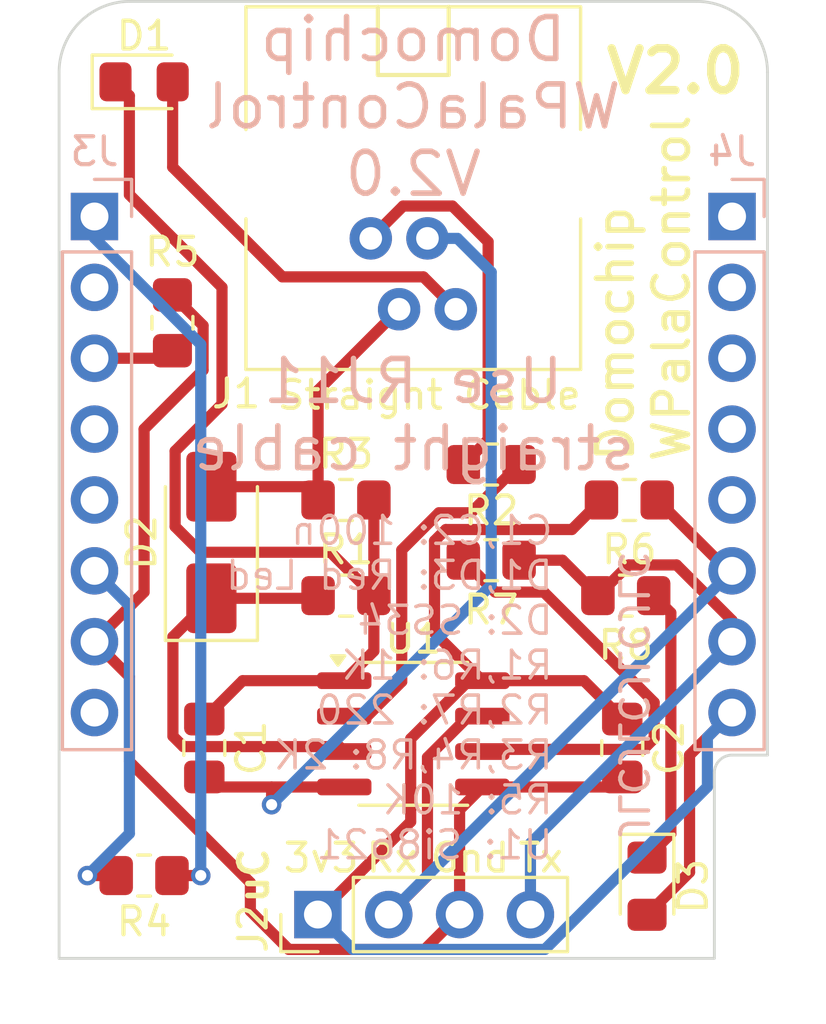
<source format=kicad_pcb>
(kicad_pcb (version 20240108) (generator "pcbnew") (generator_version "8.0")
  (layers (0 "F.Cu" signal) (31 "B.Cu" signal) (34 "B.Paste" user) (35 "F.Paste" user) (36 "B.SilkS" user "B.Silkscreen") (37 "F.SilkS" user "F.Silkscreen") (38 "B.Mask" user) (39 "F.Mask" user) (44 "Edge.Cuts" user))
  (net 0 "")
  (net 1 "VDD1")
  (net 2 "GND1")
  (net 3 "VDD2")
  (net 4 "GND2")
  (net 5 "Net-(D1-A)")
  (net 6 "/Rx")
  (net 7 "Net-(D2-K)")
  (net 8 "Net-(D3-K)")
  (net 9 "/Tx")
  (net 10 "RXuC")
  (net 11 "TXuC")
  (net 12 "Net-(U1-A1)")
  (net 13 "Net-(J3-D1)")
  (net 14 "Net-(J3-Tx)")
  (net 16 "Net-(U1-B2)")
  (net 18 "Net-(J3-D4)")
  (footprint "Capacitor_SMD:C_0805_2012Metric_Pad1.18x1.45mm_HandSolder" (layer "F.Cu") (at 28.067 50.8 -90)
    (property "Reference" "C1" (at 0 -1.68 -90) (layer "F.SilkS"))
    (property "Value" "100n")
    (fp_line (start -0.261252 0.735) (end 0.261252 0.735) (stroke (width 0.12)) (layer "F.SilkS"))
    (fp_line (start -0.261252 -0.735) (end 0.261252 -0.735) (stroke (width 0.12)) (layer "F.SilkS"))
    (pad "1" smd roundrect (at -1.0375 0 270) (size 1.175 1.45) (layers "F.Cu" "F.Paste" "F.Mask") (roundrect_rratio 0.212766) (net 1 "VDD1"))
    (pad "2" smd roundrect (at 1.0375 0 270) (size 1.175 1.45) (layers "F.Cu" "F.Paste" "F.Mask") (roundrect_rratio 0.212766) (net 2 "GND1"))
  )
  (footprint "LED_SMD:LED_0805_2012Metric_Pad1.15x1.40mm_HandSolder" (layer "F.Cu") (at 25.908 26.924)
    (property "Reference" "D1" (at 0 -1.65 0) (layer "F.SilkS"))
    (property "Value" "RED")
    (fp_line (start -1.86 -0.96) (end -1.86 0.96) (stroke (width 0.12)) (layer "F.SilkS"))
    (fp_line (start -1.86 0.96) (end 1 0.96) (stroke (width 0.12)) (layer "F.SilkS"))
    (fp_line (start 1 -0.96) (end -1.86 -0.96) (stroke (width 0.12)) (layer "F.SilkS"))
    (pad "1" smd roundrect (at -1.025 0) (size 1.15 1.4) (layers "F.Cu" "F.Paste" "F.Mask") (roundrect_rratio 0.217391) (net 1 "VDD1"))
    (pad "2" smd roundrect (at 1.025 0) (size 1.15 1.4) (layers "F.Cu" "F.Paste" "F.Mask") (roundrect_rratio 0.217391) (net 5 "Net-(D1-A)"))
  )
  (footprint "LED_SMD:LED_0805_2012Metric_Pad1.15x1.40mm_HandSolder" (layer "F.Cu") (at 43.942 55.753 -90)
    (property "Reference" "D3" (at 0 -1.65 -90) (layer "F.SilkS"))
    (property "Value" "RED")
    (fp_line (start -1.86 0.96) (end 1 0.96) (stroke (width 0.12)) (layer "F.SilkS"))
    (fp_line (start -1.86 -0.96) (end -1.86 0.96) (stroke (width 0.12)) (layer "F.SilkS"))
    (fp_line (start 1 -0.96) (end -1.86 -0.96) (stroke (width 0.12)) (layer "F.SilkS"))
    (pad "1" smd roundrect (at -1.025 0 270) (size 1.15 1.4) (layers "F.Cu" "F.Paste" "F.Mask") (roundrect_rratio 0.217391) (net 8 "Net-(D3-K)"))
    (pad "2" smd roundrect (at 1.025 0 270) (size 1.15 1.4) (layers "F.Cu" "F.Paste" "F.Mask") (roundrect_rratio 0.217391) (net 3 "VDD2"))
  )
  (footprint "Resistor_SMD:R_0805_2012Metric_Pad1.20x1.40mm_HandSolder" (layer "F.Cu") (at 38.354 40.64)
    (property "Reference" "R2" (at 0 1.651 0) (layer "F.SilkS"))
    (property "Value" "220")
    (fp_line (start -0.227064 -0.735) (end 0.227064 -0.735) (stroke (width 0.12)) (layer "F.SilkS"))
    (fp_line (start -0.227064 0.735) (end 0.227064 0.735) (stroke (width 0.12)) (layer "F.SilkS"))
    (pad "1" smd roundrect (at -1 0) (size 1.2 1.4) (layers "F.Cu" "F.Paste" "F.Mask") (roundrect_rratio 0.208333) (net 9 "/Tx"))
    (pad "2" smd roundrect (at 1 0) (size 1.2 1.4) (layers "F.Cu" "F.Paste" "F.Mask") (roundrect_rratio 0.208333) (net 12 "Net-(U1-A1)"))
  )
  (footprint "Resistor_SMD:R_0805_2012Metric_Pad1.20x1.40mm_HandSolder" (layer "F.Cu") (at 43.307 41.91 180)
    (property "Reference" "R6" (at 0 -1.778 0) (layer "F.SilkS"))
    (property "Value" "1K")
    (fp_line (start -0.227064 0.735) (end 0.227064 0.735) (stroke (width 0.12)) (layer "F.SilkS"))
    (fp_line (start -0.227064 -0.735) (end 0.227064 -0.735) (stroke (width 0.12)) (layer "F.SilkS"))
    (pad "1" smd roundrect (at -1 0 180) (size 1.2 1.4) (layers "F.Cu" "F.Paste" "F.Mask") (roundrect_rratio 0.208333) (net 10 "RXuC"))
    (pad "2" smd roundrect (at 1 0 180) (size 1.2 1.4) (layers "F.Cu" "F.Paste" "F.Mask") (roundrect_rratio 0.208333) (net 3 "VDD2"))
  )
  (footprint "Package_SO:SOIC-8_3.9x4.9mm_P1.27mm" (layer "F.Cu") (at 35.56 50.292)
    (property "Reference" "U1" (at 0 -3.4 0) (layer "F.SilkS"))
    (property "Value" "SI8621")
    (fp_line (start 0 -2.56) (end -1.95 -2.56) (stroke (width 0.12)) (layer "F.SilkS"))
    (fp_line (start 0 -2.56) (end 1.95 -2.56) (stroke (width 0.12)) (layer "F.SilkS"))
    (fp_line (start 0 2.56) (end -1.95 2.56) (stroke (width 0.12)) (layer "F.SilkS"))
    (fp_line (start 0 2.56) (end 1.95 2.56) (stroke (width 0.12)) (layer "F.SilkS"))
    (fp_poly (pts (xy -2.7 -2.465) (xy -2.94 -2.795) (xy -2.46 -2.795) (xy -2.7 -2.465)) (stroke (width 0.12)) (fill solid) (layer "F.SilkS"))
    (pad "1" smd roundrect (at -2.475 -1.905) (size 1.95 0.6) (layers "F.Cu" "F.Paste" "F.Mask") (net 1 "VDD1"))
    (pad "2" smd roundrect (at -2.475 -0.635) (size 1.95 0.6) (layers "F.Cu" "F.Paste" "F.Mask") (net 12 "Net-(U1-A1)"))
    (pad "3" smd roundrect (at -2.475 0.635) (size 1.95 0.6) (layers "F.Cu" "F.Paste" "F.Mask") (net 7 "Net-(D2-K)"))
    (pad "4" smd roundrect (at -2.475 1.905) (size 1.95 0.6) (layers "F.Cu" "F.Paste" "F.Mask") (net 2 "GND1"))
    (pad "5" smd roundrect (at 2.475 1.905) (size 1.95 0.6) (layers "F.Cu" "F.Paste" "F.Mask") (net 4 "GND2"))
    (pad "6" smd roundrect (at 2.475 0.635) (size 1.95 0.6) (layers "F.Cu" "F.Paste" "F.Mask") (net 16 "Net-(U1-B2)"))
    (pad "7" smd roundrect (at 2.475 -0.635) (size 1.95 0.6) (layers "F.Cu" "F.Paste" "F.Mask") (net 10 "RXuC"))
    (pad "8" smd roundrect (at 2.475 -1.905) (size 1.95 0.6) (layers "F.Cu" "F.Paste" "F.Mask") (net 3 "VDD2"))
  )
  (footprint "Diode_SMD:D_SMA" (layer "F.Cu") (at 28.321 43.434 90)
    (property "Reference" "D2" (at 0 -2.5 90) (layer "F.SilkS"))
    (property "Value" "SS34")
    (fp_line (start -3.51 -1.65) (end 2 -1.65) (stroke (width 0.12)) (layer "F.SilkS"))
    (fp_line (start -3.51 -1.65) (end -3.51 1.65) (stroke (width 0.12)) (layer "F.SilkS"))
    (fp_line (start -3.51 1.65) (end 2 1.65) (stroke (width 0.12)) (layer "F.SilkS"))
    (pad "1" smd roundrect (at -2 0 90) (size 2.5 1.8) (layers "F.Cu" "F.Paste" "F.Mask") (roundrect_rratio 0.1388888889) (net 7 "Net-(D2-K)"))
    (pad "2" smd roundrect (at 2 0 90) (size 2.5 1.8) (layers "F.Cu" "F.Paste" "F.Mask") (roundrect_rratio 0.1388888889) (net 6 "/Rx"))
  )
  (footprint "Connector_PinHeader_2.54mm:PinHeader_1x04_P2.54mm_Vertical" (layer "F.Cu") (at 32.141 56.769 90)
    (property "Reference" "J2" (at -0.508 -2.33 90) (layer "F.SilkS"))
    (property "Value" "MCU UART")
    (fp_line (start -1.33 -1.33) (end 0 -1.33) (stroke (width 0.12)) (layer "F.SilkS"))
    (fp_line (start -1.33 0) (end -1.33 -1.33) (stroke (width 0.12)) (layer "F.SilkS"))
    (fp_line (start 1.33 1.27) (end 1.33 8.95) (stroke (width 0.12)) (layer "F.SilkS"))
    (fp_line (start -1.33 1.27) (end 1.33 1.27) (stroke (width 0.12)) (layer "F.SilkS"))
    (fp_line (start -1.33 1.27) (end -1.33 8.95) (stroke (width 0.12)) (layer "F.SilkS"))
    (fp_line (start -1.33 8.95) (end 1.33 8.95) (stroke (width 0.12)) (layer "F.SilkS"))
    (pad "1" thru_hole rect (at 0 0 90) (size 1.7 1.7) (drill 1) (layers "*.Cu" "*.Mask") (net 3 "VDD2"))
    (pad "2" thru_hole oval (at 0 2.54 90) (size 1.7 1.7) (drill 1) (layers "*.Cu" "*.Mask") (net 10 "RXuC"))
    (pad "3" thru_hole oval (at 0 5.08 90) (size 1.7 1.7) (drill 1) (layers "*.Cu" "*.Mask") (net 4 "GND2"))
    (pad "4" thru_hole oval (at 0 7.62 90) (size 1.7 1.7) (drill 1) (layers "*.Cu" "*.Mask") (net 11 "TXuC"))
  )
  (footprint "Resistor_SMD:R_0805_2012Metric_Pad1.20x1.40mm_HandSolder" (layer "F.Cu") (at 38.354 44.069 180)
    (property "Reference" "R7" (at 0 -1.778 0) (layer "F.SilkS"))
    (property "Value" "220")
    (fp_line (start -0.227064 0.735) (end 0.227064 0.735) (stroke (width 0.12)) (layer "F.SilkS"))
    (fp_line (start -0.227064 -0.735) (end 0.227064 -0.735) (stroke (width 0.12)) (layer "F.SilkS"))
    (pad "1" smd roundrect (at -1 0 180) (size 1.2 1.4) (layers "F.Cu" "F.Paste" "F.Mask") (roundrect_rratio 0.208333) (net 11 "TXuC"))
    (pad "2" smd roundrect (at 1 0 180) (size 1.2 1.4) (layers "F.Cu" "F.Paste" "F.Mask") (roundrect_rratio 0.208333) (net 16 "Net-(U1-B2)"))
  )
  (footprint "Resistor_SMD:R_0805_2012Metric_Pad1.20x1.40mm_HandSolder" (layer "F.Cu") (at 43.18 45.339)
    (property "Reference" "R8" (at 0 1.778 0) (layer "F.SilkS"))
    (property "Value" "2K")
    (fp_line (start -0.227064 -0.735) (end 0.227064 -0.735) (stroke (width 0.12)) (layer "F.SilkS"))
    (fp_line (start -0.227064 0.735) (end 0.227064 0.735) (stroke (width 0.12)) (layer "F.SilkS"))
    (pad "1" smd roundrect (at -1 0) (size 1.2 1.4) (layers "F.Cu" "F.Paste" "F.Mask") (roundrect_rratio 0.208333) (net 11 "TXuC"))
    (pad "2" smd roundrect (at 1 0) (size 1.2 1.4) (layers "F.Cu" "F.Paste" "F.Mask") (roundrect_rratio 0.208333) (net 8 "Net-(D3-K)"))
  )
  (footprint "Capacitor_SMD:C_0805_2012Metric_Pad1.18x1.45mm_HandSolder" (layer "F.Cu") (at 43.053 50.8 -90)
    (property "Reference" "C2" (at 0 -1.68 -90) (layer "F.SilkS"))
    (property "Value" "100n")
    (fp_line (start -0.261252 0.735) (end 0.261252 0.735) (stroke (width 0.12)) (layer "F.SilkS"))
    (fp_line (start -0.261252 -0.735) (end 0.261252 -0.735) (stroke (width 0.12)) (layer "F.SilkS"))
    (pad "1" smd roundrect (at -1.0375 0 270) (size 1.175 1.45) (layers "F.Cu" "F.Paste" "F.Mask") (roundrect_rratio 0.212766) (net 3 "VDD2"))
    (pad "2" smd roundrect (at 1.0375 0 270) (size 1.175 1.45) (layers "F.Cu" "F.Paste" "F.Mask") (roundrect_rratio 0.212766) (net 4 "GND2"))
  )
  (footprint "MyRJ:Ali_RJ11" (layer "F.Cu") (at 34.036 32.534 180)
    (property "Reference" "J1" (at 4.826 -5.566 0) (layer "F.SilkS"))
    (property "Value" "6P4C")
    (fp_line (start 4.476 3.9) (end 4.476 8.3) (stroke (width 0.12)) (layer "F.SilkS"))
    (fp_line (start 4.476 -4.7) (end 4.476 0.7) (stroke (width 0.12)) (layer "F.SilkS"))
    (fp_line (start -0.254 5.856) (end -0.254 8.3) (stroke (width 0.15)) (layer "F.SilkS"))
    (fp_line (start -2.794 8.3) (end -2.794 5.856) (stroke (width 0.15)) (layer "F.SilkS"))
    (fp_line (start -2.794 5.856) (end -0.254 5.856) (stroke (width 0.15)) (layer "F.SilkS"))
    (fp_line (start -7.524 8.3) (end 4.476 8.3) (stroke (width 0.12)) (layer "F.SilkS"))
    (fp_line (start -7.524 3.9) (end -7.524 8.3) (stroke (width 0.12)) (layer "F.SilkS"))
    (fp_line (start -7.524 -4.7) (end 4.476 -4.7) (stroke (width 0.12)) (layer "F.SilkS"))
    (fp_line (start -7.524 -4.7) (end -7.524 0.7) (stroke (width 0.12)) (layer "F.SilkS"))
    (pad "" np_thru_hole circle (at -7.524 2.3 180) (size 2.3 2.3) (drill 2.3) (layers "F&B.Cu" "*.Mask"))
    (pad "" np_thru_hole circle (at 4.476 2.3 180) (size 2.3 2.3) (drill 2.3) (layers "F&B.Cu" "*.Mask"))
    (pad "1" thru_hole circle (at 0 0) (size 1.52 1.52) (drill 0.81) (layers "*.Cu" "*.Mask") (net 9 "/Tx"))
    (pad "2" thru_hole circle (at -1.016 -2.54) (size 1.52 1.52) (drill 0.81) (layers "*.Cu" "*.Mask") (net 6 "/Rx"))
    (pad "3" thru_hole circle (at -2.032 0) (size 1.52 1.52) (drill 0.81) (layers "*.Cu" "*.Mask") (net 2 "GND1"))
    (pad "4" thru_hole circle (at -3.048 -2.54) (size 1.52 1.52) (drill 0.81) (layers "*.Cu" "*.Mask") (net 5 "Net-(D1-A)"))
  )
  (footprint "Resistor_SMD:R_0805_2012Metric_Pad1.20x1.40mm_HandSolder" (layer "F.Cu") (at 33.147 45.339)
    (property "Reference" "R1" (at 0 -1.65 0) (layer "F.SilkS"))
    (property "Value" "1K")
    (fp_line (start -0.227064 -0.735) (end 0.227064 -0.735) (stroke (width 0.12)) (layer "F.SilkS"))
    (fp_line (start -0.227064 0.735) (end 0.227064 0.735) (stroke (width 0.12)) (layer "F.SilkS"))
    (pad "1" smd roundrect (at -1 0) (size 1.2 1.4) (layers "F.Cu" "F.Paste" "F.Mask") (roundrect_rratio 0.208333) (net 7 "Net-(D2-K)"))
    (pad "2" smd roundrect (at 1 0) (size 1.2 1.4) (layers "F.Cu" "F.Paste" "F.Mask") (roundrect_rratio 0.208333) (net 1 "VDD1"))
  )
  (footprint "Resistor_SMD:R_0805_2012Metric_Pad1.20x1.40mm_HandSolder" (layer "F.Cu") (at 25.908 55.372 180)
    (property "Reference" "R4" (at 0 -1.65 180) (layer "F.SilkS"))
    (property "Value" "2K")
    (fp_line (start -0.227064 0.735) (end 0.227064 0.735) (stroke (width 0.12)) (layer "F.SilkS"))
    (fp_line (start -0.227064 -0.735) (end 0.227064 -0.735) (stroke (width 0.12)) (layer "F.SilkS"))
    (pad "1" smd roundrect (at -1 0 180) (size 1.2 1.4) (layers "F.Cu" "F.Paste" "F.Mask") (roundrect_rratio 0.208333) (net 14 "Net-(J3-Tx)"))
    (pad "2" smd roundrect (at 1 0 180) (size 1.2 1.4) (layers "F.Cu" "F.Paste" "F.Mask") (roundrect_rratio 0.208333) (net 18 "Net-(J3-D4)"))
  )
  (footprint "Resistor_SMD:R_0805_2012Metric_Pad1.20x1.40mm_HandSolder" (layer "F.Cu") (at 26.924 35.56 90)
    (property "Reference" "R5" (at 2.54 0 180) (layer "F.SilkS"))
    (property "Value" "10K")
    (fp_line (start -0.227064 -0.735) (end 0.227064 -0.735) (stroke (width 0.12)) (layer "F.SilkS"))
    (fp_line (start -0.227064 0.735) (end 0.227064 0.735) (stroke (width 0.12)) (layer "F.SilkS"))
    (pad "1" smd roundrect (at -1 0 90) (size 1.2 1.4) (layers "F.Cu" "F.Paste" "F.Mask") (roundrect_rratio 0.208333) (net 13 "Net-(J3-D1)"))
    (pad "2" smd roundrect (at 1 0 90) (size 1.2 1.4) (layers "F.Cu" "F.Paste" "F.Mask") (roundrect_rratio 0.208333) (net 4 "GND2"))
  )
  (footprint "Resistor_SMD:R_0805_2012Metric_Pad1.20x1.40mm_HandSolder" (layer "F.Cu") (at 33.147 41.91)
    (property "Reference" "R3" (at 0 -1.65 0) (layer "F.SilkS"))
    (property "Value" "2K")
    (fp_line (start -0.227064 -0.735) (end 0.227064 -0.735) (stroke (width 0.12)) (layer "F.SilkS"))
    (fp_line (start -0.227064 0.735) (end 0.227064 0.735) (stroke (width 0.12)) (layer "F.SilkS"))
    (pad "1" smd roundrect (at -1 0) (size 1.2 1.4) (layers "F.Cu" "F.Paste" "F.Mask") (roundrect_rratio 0.208333) (net 6 "/Rx"))
    (pad "2" smd roundrect (at 1 0) (size 1.2 1.4) (layers "F.Cu" "F.Paste" "F.Mask") (roundrect_rratio 0.208333) (net 1 "VDD1"))
  )
  (footprint "wemos_d1_mini:WeMos_D1_mini_Hat_Left" (layer "B.Cu") (at 24.13 31.75 180)
    (property "Reference" "J3" (at 0 2.33 0) (layer "B.SilkS") (effects (justify mirror)))
    (property "Value" "WeMos_mini_Hat_Left")
    (fp_line (start 1.15 -1.27) (end -1.33 -1.27) (stroke (width 0.12)) (layer "B.SilkS"))
    (fp_line (start 1.15 -19.11) (end 1.15 -1.27) (stroke (width 0.12)) (layer "B.SilkS"))
    (fp_line (start 1.15 -19.11) (end -1.33 -19.11) (stroke (width 0.12)) (layer "B.SilkS"))
    (fp_line (start 0 1.33) (end -1.33 1.33) (stroke (width 0.12)) (layer "B.SilkS"))
    (fp_line (start -1.33 1.33) (end -1.33 0) (stroke (width 0.12)) (layer "B.SilkS"))
    (fp_line (start -1.33 -19.11) (end -1.33 -1.27) (stroke (width 0.12)) (layer "B.SilkS"))
    (pad "1" thru_hole rect (at 0 0 180) (size 1.7 1.7) (drill 1) (layers "*.Cu" "*.Mask") (net 14 "Net-(J3-Tx)"))
    (pad "2" thru_hole oval (at 0 -2.54 180) (size 1.7 1.7) (drill 1) (layers "*.Cu" "*.Mask"))
    (pad "3" thru_hole oval (at 0 -5.08 180) (size 1.7 1.7) (drill 1) (layers "*.Cu" "*.Mask") (net 13 "Net-(J3-D1)"))
    (pad "4" thru_hole oval (at 0 -7.62 180) (size 1.7 1.7) (drill 1) (layers "*.Cu" "*.Mask"))
    (pad "5" thru_hole oval (at 0 -10.16 180) (size 1.7 1.7) (drill 1) (layers "*.Cu" "*.Mask"))
    (pad "6" thru_hole oval (at 0 -12.7 180) (size 1.7 1.7) (drill 1) (layers "*.Cu" "*.Mask") (net 18 "Net-(J3-D4)"))
    (pad "7" thru_hole oval (at 0 -15.24 180) (size 1.7 1.7) (drill 1) (layers "*.Cu" "*.Mask") (net 4 "GND2"))
    (pad "8" thru_hole oval (at 0 -17.78 180) (size 1.7 1.7) (drill 1) (layers "*.Cu" "*.Mask"))
  )
  (footprint "wemos_d1_mini:WeMos_D1_mini_Hat_Right" (layer "B.Cu") (at 46.99 31.75 180)
    (property "Reference" "J4" (at 0 2.33 0) (layer "B.SilkS") (effects (justify mirror)))
    (property "Value" "WeMos_mini_Hat_Right")
    (fp_line (start 1.33 -1.27) (end -1.15 -1.27) (stroke (width 0.12)) (layer "B.SilkS"))
    (fp_line (start 1.33 -19.08) (end 1.33 -1.27) (stroke (width 0.12)) (layer "B.SilkS"))
    (fp_line (start 1.33 -19.11) (end -1.15 -19.11) (stroke (width 0.12)) (layer "B.SilkS"))
    (fp_line (start 0 1.33) (end -1.15 1.33) (stroke (width 0.12)) (layer "B.SilkS"))
    (fp_line (start -1.15 1.33) (end -1.15 0) (stroke (width 0.12)) (layer "B.SilkS"))
    (fp_line (start -1.15 -19.08) (end -1.15 -1.27) (stroke (width 0.12)) (layer "B.SilkS"))
    (pad "1" thru_hole rect (at 0 0 180) (size 1.7 1.7) (drill 1) (layers "*.Cu" "*.Mask"))
    (pad "2" thru_hole oval (at 0 -2.54 180) (size 1.7 1.7) (drill 1) (layers "*.Cu" "*.Mask"))
    (pad "3" thru_hole oval (at 0 -5.08 180) (size 1.7 1.7) (drill 1) (layers "*.Cu" "*.Mask"))
    (pad "4" thru_hole oval (at 0 -7.62 180) (size 1.7 1.7) (drill 1) (layers "*.Cu" "*.Mask"))
    (pad "5" thru_hole oval (at 0 -10.16 180) (size 1.7 1.7) (drill 1) (layers "*.Cu" "*.Mask"))
    (pad "6" thru_hole oval (at 0 -12.7 180) (size 1.7 1.7) (drill 1) (layers "*.Cu" "*.Mask") (net 10 "RXuC"))
    (pad "7" thru_hole oval (at 0 -15.24 180) (size 1.7 1.7) (drill 1) (layers "*.Cu" "*.Mask") (net 11 "TXuC"))
    (pad "8" thru_hole oval (at 0 -17.78 180) (size 1.7 1.7) (drill 1) (layers "*.Cu" "*.Mask") (net 3 "VDD2"))
  )
  (gr_arc (start 22.86 26.58) (mid 23.603949 24.783949) (end 25.4 24.04) (stroke (width 0.1)) (layer "Edge.Cuts"))
  (gr_line (start 46.355 58.34) (end 46.355 51.689) (stroke (width 0.1)) (layer "Edge.Cuts"))
  (gr_line (start 25.4 24.04) (end 45.72 24.04) (stroke (width 0.1)) (layer "Edge.Cuts"))
  (gr_arc (start 46.355 51.689) (mid 46.540987 51.239987) (end 46.99 51.054) (stroke (width 0.1)) (layer "Edge.Cuts"))
  (gr_line (start 22.86 26.58) (end 22.86 58.34) (stroke (width 0.1)) (layer "Edge.Cuts"))
  (gr_arc (start 45.72 24.04) (mid 47.516051 24.783949) (end 48.26 26.58) (stroke (width 0.1)) (layer "Edge.Cuts"))
  (gr_line (start 46.99 51.054) (end 48.26 51.054) (stroke (width 0.1)) (layer "Edge.Cuts"))
  (gr_line (start 48.26 51.054) (end 48.26 26.58) (stroke (width 0.1)) (layer "Edge.Cuts"))
  (gr_line (start 22.86 58.34) (end 46.355 58.34) (stroke (width 0.1)) (layer "Edge.Cuts"))
  (gr_text "Use RJ11\nstraight cable" (at 35.56 38.862 0) (layer "B.SilkS") (effects (font (size 1.5 1.5) (thickness 0.2)) (justify mirror)))
  (gr_text "Domochip\nWPalaControl\nV2.0" (at 35.56 27.813 0) (layer "B.SilkS") (effects (font (size 1.5 1.5) (thickness 0.2)) (justify mirror)))
  (gr_text "C1,C2: 100n\nD1,D3: Red Led\nD2: SS34\nR1,R6: 1K\nR2,R7: 220\nR3,R4,R8: 2K\nR5: 10K\nU1: Si8621" (at 40.64 48.641 0) (layer "B.SilkS") (effects (font (size 1 1) (thickness 0.125)) (justify left mirror)))
  (gr_text "JLCJLCJLCJLC" (at 43.434 48.895 -90) (layer "B.SilkS") (effects (font (size 1 1)) (justify mirror)))
  (gr_text "Domochip\nWPalaControl" (at 43.815 40.64 90) (layer "F.SilkS") (effects (font (size 1.25 1.25) (thickness 0.2)) (justify left)))
  (gr_text "Gnd" (at 37.592 54.737 0) (layer "F.SilkS") (effects (font (size 1 1))))
  (gr_text "Straight Cable" (at 30.607 38.735 0) (layer "F.SilkS") (effects (font (size 1 1)) (justify left bottom)))
  (gr_text "V2.0" (at 44.958 26.543 0) (layer "F.SilkS") (effects (font (size 1.5 1.5) (thickness 0.3) (bold yes))))
  (gr_text "Rx" (at 34.798 54.737 0) (layer "F.SilkS") (effects (font (size 1 1))))
  (gr_text "Tx" (at 40.132 54.737 0) (layer "F.SilkS") (effects (font (size 1 1))))
  (gr_text "3v3" (at 32.258 54.737 0) (layer "F.SilkS") (effects (font (size 1 1))))
  (gr_text "uC" (at 29.845 55.372 90) (layer "F.SilkS") (effects (font (size 1 1) (thickness 0.2) (bold yes))))
  (segment (start 27.021 40.157834) (end 27.021 42.865) (width 0.4) (layer "F.Cu") (net 1))
  (segment (start 28.702 38.476834) (end 27.021 40.157834) (width 0.4) (layer "F.Cu") (net 1))
  (segment (start 28.702 34.29) (end 28.702 38.476834) (width 0.4) (layer "F.Cu") (net 1))
  (segment (start 32.592 43.784) (end 34.147 45.339) (width 0.4) (layer "F.Cu") (net 1))
  (segment (start 34.147 45.339) (end 34.147 47.325) (width 0.4) (layer "F.Cu") (net 1))
  (segment (start 24.883 26.924) (end 25.38 27.421) (width 0.4) (layer "F.Cu") (net 1))
  (segment (start 25.38 30.968) (end 28.702 34.29) (width 0.4) (layer "F.Cu") (net 1))
  (segment (start 34.147 45.339) (end 34.147 41.91) (width 0.4) (layer "F.Cu") (net 1))
  (segment (start 33.085 48.387) (end 29.4425 48.387) (width 0.4) (layer "F.Cu") (net 1))
  (segment (start 27.94 43.784) (end 32.592 43.784) (width 0.4) (layer "F.Cu") (net 1))
  (segment (start 25.38 27.421) (end 25.38 30.968) (width 0.4) (layer "F.Cu") (net 1))
  (segment (start 34.147 47.325) (end 33.085 48.387) (width 0.4) (layer "F.Cu") (net 1))
  (segment (start 29.4425 48.387) (end 28.067 49.7625) (width 0.4) (layer "F.Cu") (net 1))
  (segment (start 27.021 42.865) (end 27.94 43.784) (width 0.4) (layer "F.Cu") (net 1))
  (segment (start 30.48 52.197) (end 28.4265 52.197) (width 0.4) (layer "F.Cu") (net 2))
  (segment (start 28.4265 52.197) (end 28.067 51.8375) (width 0.4) (layer "F.Cu") (net 2))
  (segment (start 30.48 52.832) (end 30.48 52.197) (width 0.4) (layer "F.Cu") (net 2))
  (segment (start 33.085 52.197) (end 30.48 52.197) (width 0.4) (layer "F.Cu") (net 2))
  (via (at 30.48 52.832) (size 0.7) (drill 0.4) (layers "F.Cu" "B.Cu") (net 2))
  (segment (start 38.354 44.958) (end 30.48 52.832) (width 0.4) (layer "B.Cu") (net 2))
  (segment (start 36.068 32.534) (end 37.142802 32.534) (width 0.4) (layer "B.Cu") (net 2))
  (segment (start 37.142802 32.534) (end 38.354 33.745198) (width 0.4) (layer "B.Cu") (net 2))
  (segment (start 38.354 33.745198) (end 38.354 44.958) (width 0.4) (layer "B.Cu") (net 2))
  (segment (start 41.248 42.969) (end 36.727834 42.969) (width 0.4) (layer "F.Cu") (net 3))
  (segment (start 35.468 50.467026) (end 37.548026 48.387) (width 0.4) (layer "F.Cu") (net 3))
  (segment (start 37.548026 48.387) (end 38.035 48.387) (width 0.4) (layer "F.Cu") (net 3))
  (segment (start 45.466 55.254) (end 43.942 56.778) (width 0.4) (layer "F.Cu") (net 3))
  (segment (start 36.322 46.674) (end 38.035 48.387) (width 0.4) (layer "F.Cu") (net 3))
  (segment (start 32.141 56.769) (end 35.468 53.442) (width 0.4) (layer "F.Cu") (net 3))
  (segment (start 43.053 49.7625) (end 41.6775 48.387) (width 0.4) (layer "F.Cu") (net 3))
  (segment (start 46.99 49.53) (end 45.466 51.054) (width 0.4) (layer "F.Cu") (net 3))
  (segment (start 36.727834 42.969) (end 36.322 43.374834) (width 0.4) (layer "F.Cu") (net 3))
  (segment (start 41.6775 48.387) (end 38.035 48.387) (width 0.4) (layer "F.Cu") (net 3))
  (segment (start 45.466 51.054) (end 45.466 55.254) (width 0.4) (layer "F.Cu") (net 3))
  (segment (start 42.307 41.91) (end 41.248 42.969) (width 0.4) (layer "F.Cu") (net 3))
  (segment (start 35.468 53.442) (end 35.468 50.467026) (width 0.4) (layer "F.Cu") (net 3))
  (segment (start 36.322 43.374834) (end 36.322 46.674) (width 0.4) (layer "F.Cu") (net 3))
  (segment (start 40.279 58.019) (end 33.391 58.019) (width 0.4) (layer "B.Cu") (net 3))
  (segment (start 46.99 49.53) (end 46.105 50.415) (width 0.4) (layer "B.Cu") (net 3))
  (segment (start 33.391 58.019) (end 32.141 56.769) (width 0.4) (layer "B.Cu") (net 3))
  (segment (start 46.105 50.415) (end 46.105 52.193) (width 0.4) (layer "B.Cu") (net 3))
  (segment (start 46.105 52.193) (end 40.279 58.019) (width 0.4) (layer "B.Cu") (net 3))
  (segment (start 26.924 34.56) (end 28.024 35.66) (width 0.4) (layer "F.Cu") (net 4))
  (segment (start 31.095 58.019) (end 29.718 56.642) (width 0.4) (layer "F.Cu") (net 4))
  (segment (start 29.718 55.626) (end 25.38 51.288) (width 0.4) (layer "F.Cu") (net 4))
  (segment (start 42.6935 52.197) (end 43.053 51.8375) (width 0.4) (layer "F.Cu") (net 4))
  (segment (start 35.971 58.019) (end 31.095 58.019) (width 0.4) (layer "F.Cu") (net 4))
  (segment (start 25.908 39.37) (end 25.908 45.212) (width 0.4) (layer "F.Cu") (net 4))
  (segment (start 28.024 35.66) (end 28.024 37.254) (width 0.4) (layer "F.Cu") (net 4))
  (segment (start 37.221 53.011) (end 38.035 52.197) (width 0.4) (layer "F.Cu") (net 4))
  (segment (start 38.035 52.197) (end 42.6935 52.197) (width 0.4) (layer "F.Cu") (net 4))
  (segment (start 25.908 45.212) (end 24.13 46.99) (width 0.4) (layer "F.Cu") (net 4))
  (segment (start 29.718 56.642) (end 29.718 55.626) (width 0.4) (layer "F.Cu") (net 4))
  (segment (start 25.38 48.24) (end 24.13 46.99) (width 0.4) (layer "F.Cu") (net 4))
  (segment (start 25.38 51.288) (end 25.38 48.24) (width 0.4) (layer "F.Cu") (net 4))
  (segment (start 37.221 56.769) (end 35.971 58.019) (width 0.4) (layer "F.Cu") (net 4))
  (segment (start 28.024 37.254) (end 25.908 39.37) (width 0.4) (layer "F.Cu") (net 4))
  (segment (start 37.221 56.769) (end 37.221 53.011) (width 0.4) (layer "F.Cu") (net 4))
  (segment (start 30.866 33.914) (end 26.933 29.981) (width 0.4) (layer "F.Cu") (net 5))
  (segment (start 37.084 35.074) (end 35.924 33.914) (width 0.4) (layer "F.Cu") (net 5))
  (segment (start 26.933 29.981) (end 26.933 26.924) (width 0.4) (layer "F.Cu") (net 5))
  (segment (start 35.924 33.914) (end 30.866 33.914) (width 0.4) (layer "F.Cu") (net 5))
  (segment (start 31.671 41.434) (end 32.147 41.91) (width 0.4) (layer "F.Cu") (net 6))
  (segment (start 32.147 41.91) (end 32.147 37.979) (width 0.4) (layer "F.Cu") (net 6))
  (segment (start 28.321 41.434) (end 31.671 41.434) (width 0.4) (layer "F.Cu") (net 6))
  (segment (start 32.147 37.979) (end 35.052 35.074) (width 0.4) (layer "F.Cu") (net 6))
  (segment (start 26.942 46.813) (end 26.942 50.376166) (width 0.4) (layer "F.Cu") (net 7))
  (segment (start 32.052 45.434) (end 32.147 45.339) (width 0.4) (layer "F.Cu") (net 7))
  (segment (start 32.908 50.75) (end 33.085 50.927) (width 0.4) (layer "F.Cu") (net 7))
  (segment (start 28.321 45.434) (end 26.942 46.813) (width 0.4) (layer "F.Cu") (net 7))
  (segment (start 28.321 45.434) (end 32.052 45.434) (width 0.4) (layer "F.Cu") (net 7))
  (segment (start 27.315834 50.75) (end 32.908 50.75) (width 0.4) (layer "F.Cu") (net 7))
  (segment (start 26.942 50.376166) (end 27.315834 50.75) (width 0.4) (layer "F.Cu") (net 7))
  (segment (start 43.942 54.728) (end 44.796 53.874) (width 0.4) (layer "F.Cu") (net 8))
  (segment (start 44.796 53.874) (end 44.796 45.955) (width 0.4) (layer "F.Cu") (net 8))
  (segment (start 44.796 45.955) (end 44.18 45.339) (width 0.4) (layer "F.Cu") (net 8))
  (segment (start 35.196 31.374) (end 36.962 31.374) (width 0.4) (layer "F.Cu") (net 9))
  (segment (start 34.036 32.534) (end 35.196 31.374) (width 0.4) (layer "F.Cu") (net 9))
  (segment (start 36.962 31.374) (end 38.244 32.656) (width 0.4) (layer "F.Cu") (net 9))
  (segment (start 38.244 39.75) (end 37.354 40.64) (width 0.4) (layer "F.Cu") (net 9))
  (segment (start 38.244 32.656) (end 38.244 39.75) (width 0.4) (layer "F.Cu") (net 9))
  (segment (start 36.068 55.382) (end 36.068 51.137026) (width 0.4) (layer "F.Cu") (net 10))
  (segment (start 37.548026 49.657) (end 38.035 49.657) (width 0.4) (layer "F.Cu") (net 10))
  (segment (start 36.068 51.137026) (end 37.548026 49.657) (width 0.4) (layer "F.Cu") (net 10))
  (segment (start 46.847 44.45) (end 44.307 41.91) (width 0.4) (layer "F.Cu") (net 10))
  (segment (start 34.681 56.769) (end 36.068 55.382) (width 0.4) (layer "F.Cu") (net 10))
  (segment (start 46.99 44.45) (end 46.847 44.45) (width 0.4) (layer "F.Cu") (net 10))
  (segment (start 46.99 44.45) (end 34.681 56.759) (width 0.4) (layer "B.Cu") (net 10))
  (segment (start 34.681 56.759) (end 34.681 56.769) (width 0.4) (layer "B.Cu") (net 10))
  (segment (start 43.28 44.239) (end 45.001 44.239) (width 0.4) (layer "F.Cu") (net 11))
  (segment (start 46.99 46.228) (end 46.99 46.99) (width 0.4) (layer "F.Cu") (net 11))
  (segment (start 40.91 44.069) (end 42.18 45.339) (width 0.4) (layer "F.Cu") (net 11))
  (segment (start 45.001 44.239) (end 46.99 46.228) (width 0.4) (layer "F.Cu") (net 11))
  (segment (start 39.354 44.069) (end 40.91 44.069) (width 0.4) (layer "F.Cu") (net 11))
  (segment (start 42.18 45.339) (end 43.28 44.239) (width 0.4) (layer "F.Cu") (net 11))
  (segment (start 39.761 54.219) (end 39.761 56.769) (width 0.4) (layer "B.Cu") (net 11))
  (segment (start 46.99 46.99) (end 39.761 54.219) (width 0.4) (layer "B.Cu") (net 11))
  (segment (start 35.147 43.701306) (end 35.147 48.419) (width 0.4) (layer "F.Cu") (net 12))
  (segment (start 35.147 48.419) (end 33.909 49.657) (width 0.4) (layer "F.Cu") (net 12))
  (segment (start 39.354 40.64) (end 37.625 42.369) (width 0.4) (layer "F.Cu") (net 12))
  (segment (start 33.909 49.657) (end 33.085 49.657) (width 0.4) (layer "F.Cu") (net 12))
  (segment (start 37.625 42.369) (end 36.479306 42.369) (width 0.4) (layer "F.Cu") (net 12))
  (segment (start 36.479306 42.369) (end 35.147 43.701306) (width 0.4) (layer "F.Cu") (net 12))
  (segment (start 26.654 36.83) (end 26.924 36.56) (width 0.4) (layer "F.Cu") (net 13))
  (segment (start 24.13 36.83) (end 26.654 36.83) (width 0.4) (layer "F.Cu") (net 13))
  (segment (start 27.94 55.372) (end 26.908 55.372) (width 0.4) (layer "F.Cu") (net 14))
  (via (at 27.94 55.372) (size 0.7) (drill 0.4) (layers "F.Cu" "B.Cu") (net 14))
  (segment (start 27.94 36.332233) (end 27.94 55.372) (width 0.4) (layer "B.Cu") (net 14))
  (segment (start 24.13 31.75) (end 24.13 32.522233) (width 0.4) (layer "B.Cu") (net 14))
  (segment (start 24.13 32.522233) (end 27.94 36.332233) (width 0.4) (layer "B.Cu") (net 14))
  (segment (start 38.035 50.927) (end 38.112 50.85) (width 0.4) (layer "F.Cu") (net 16))
  (segment (start 43.804166 50.85) (end 44.196 50.458166) (width 0.4) (layer "F.Cu") (net 16))
  (segment (start 38.112 50.85) (end 43.804166 50.85) (width 0.4) (layer "F.Cu") (net 16))
  (segment (start 38.497 45.212) (end 37.354 44.069) (width 0.4) (layer "F.Cu") (net 16))
  (segment (start 44.196 50.458166) (end 44.196 49.166834) (width 0.4) (layer "F.Cu") (net 16))
  (segment (start 44.196 49.166834) (end 40.241166 45.212) (width 0.4) (layer "F.Cu") (net 16))
  (segment (start 40.241166 45.212) (end 38.497 45.212) (width 0.4) (layer "F.Cu") (net 16))
  (segment (start 23.876 55.372) (end 24.908 55.372) (width 0.4) (layer "F.Cu") (net 18))
  (via (at 23.876 55.372) (size 0.7) (drill 0.4) (layers "F.Cu" "B.Cu") (net 18))
  (segment (start 25.38 45.7) (end 25.38 53.868) (width 0.4) (layer "B.Cu") (net 18))
  (segment (start 25.38 53.868) (end 23.876 55.372) (width 0.4) (layer "B.Cu") (net 18))
  (segment (start 24.13 44.45) (end 25.38 45.7) (width 0.4) (layer "B.Cu") (net 18))
)
</source>
